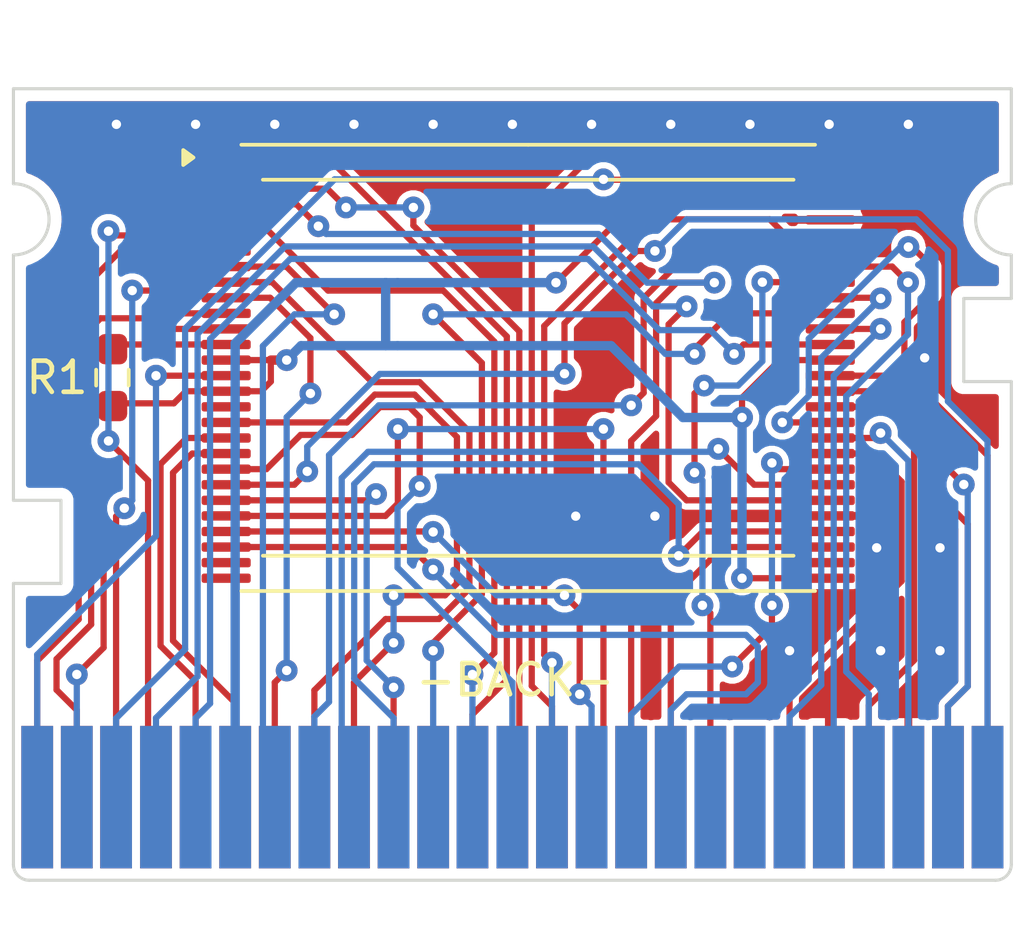
<source format=kicad_pcb>
(kicad_pcb (version 20241229) (generator "pcbnew") (generator_version "9.0")
  (layers (0 "F.Cu" signal) (2 "B.Cu" signal) (13 "F.Paste" user) (15 "B.Paste" user) (5 "F.SilkS" user "F.Silkscreen") (7 "B.SilkS" user "B.Silkscreen") (1 "F.Mask" user) (3 "B.Mask" user) (25 "Edge.Cuts" user))
  (net 0 "")
  (net 1 "/A22")
  (net 2 "/A21")
  (net 3 "/A17")
  (net 4 "/CAS0")
  (net 5 "/D4")
  (net 6 "/+3.3V")
  (net 7 "/A11")
  (net 8 "/D7")
  (net 9 "/D0")
  (net 10 "/CE0")
  (net 11 "/D5")
  (net 12 "/A14")
  (net 13 "/A7")
  (net 14 "/D15")
  (net 15 "/A3")
  (net 16 "/D8")
  (net 17 "/A2")
  (net 20 "/D13")
  (net 21 "/D12")
  (net 22 "/D14")
  (net 23 "/D9")
  (net 24 "/D11")
  (net 25 "/A6")
  (net 26 "/A23")
  (net 27 "/A12")
  (net 28 "/A20")
  (net 29 "/A13")
  (net 30 "/A18")
  (net 31 "/A8")
  (net 32 "/A9")
  (net 33 "/A10")
  (net 34 "/A19")
  (net 35 "/A5")
  (net 37 "/A24")
  (net 38 "/A16")
  (net 39 "/A25")
  (net 40 "/A4")
  (net 41 "/A15")
  (net 42 "/A1")
  (net 43 "/D6")
  (net 45 "/D1")
  (net 46 "GND")
  (net 47 "/D10")
  (net 48 "/D3")
  (net 49 "/D2")
  (net 50 "Net-(U1-WE#)")
  (footprint "SEGA_lib:MDP_Connector" (layer "F.Cu") (at 137.16 72.39)
    (property "Reference" "J1" (hide yes))
    (property "Value" "MDP_Connector" (hide yes))
  )
  (footprint "Resistor_SMD:R_0603_1608Metric_Pad0.98x0.95mm_HandSolder" (layer "F.Cu") (at 139.573 58.928 -90)
    (property "Reference" "R1")
    (property "Value" "5.1K")
  )
  (footprint "Package_SO:TSOP-I-56_18.4x14mm_P0.5mm" (layer "F.Cu") (at 152.908 58.615)
    (property "Reference" "U1" (hide yes))
    (property "Value" "Memory_Flash_29GL512" (hide yes))
  )
  (gr_line (start 144.399 64.643) (end 161.417 64.643) (stroke (width 0.12)) (layer "F.SilkS"))
  (gr_line (start 144.399 52.578) (end 161.417 52.578) (stroke (width 0.12)) (layer "F.SilkS"))
  (gr_line (start 168.402 52.705) (end 168.402 49.657) (stroke (width 0.1)) (layer "Edge.Cuts"))
  (gr_line (start 136.398 65.532) (end 137.922 65.532) (stroke (width 0.1)) (layer "Edge.Cuts"))
  (gr_line (start 168.402 56.388) (end 166.878 56.388) (stroke (width 0.1)) (layer "Edge.Cuts"))
  (gr_line (start 137.922 62.865) (end 136.398 62.865) (stroke (width 0.1)) (layer "Edge.Cuts"))
  (gr_line (start 168.402 54.991) (end 168.402 56.388) (stroke (width 0.1)) (layer "Edge.Cuts"))
  (gr_line (start 136.398 65.532) (end 136.398 74.549) (stroke (width 0.1)) (layer "Edge.Cuts"))
  (gr_arc (start 168.402 74.549) (mid 168.25321 74.90821) (end 167.894 75.057) (stroke (width 0.1)) (layer "Edge.Cuts"))
  (gr_line (start 136.398 62.865) (end 136.398 54.991) (stroke (width 0.1)) (layer "Edge.Cuts"))
  (gr_line (start 137.922 65.532) (end 137.922 62.865) (stroke (width 0.1)) (layer "Edge.Cuts"))
  (gr_line (start 136.398 52.705) (end 136.398 49.657) (stroke (width 0.1)) (layer "Edge.Cuts"))
  (gr_arc (start 136.398 52.705) (mid 137.541 53.848) (end 136.398 54.991) (stroke (width 0.1)) (layer "Edge.Cuts"))
  (gr_line (start 166.878 59.055) (end 168.402 59.055) (stroke (width 0.1)) (layer "Edge.Cuts"))
  (gr_line (start 168.402 74.549) (end 168.402 59.055) (stroke (width 0.1)) (layer "Edge.Cuts"))
  (gr_line (start 166.878 59.055) (end 166.878 56.388) (stroke (width 0.1)) (layer "Edge.Cuts"))
  (gr_line (start 136.398 49.657) (end 168.402 49.657) (stroke (width 0.1)) (layer "Edge.Cuts"))
  (gr_arc (start 136.906 75.057) (mid 136.54679 74.90821) (end 136.398 74.549) (stroke (width 0.1)) (layer "Edge.Cuts"))
  (gr_line (start 167.894 75.057) (end 136.906 75.057) (stroke (width 0.1)) (layer "Edge.Cuts"))
  (gr_arc (start 168.402 54.991) (mid 167.259 53.848) (end 168.402 52.705) (stroke (width 0.1)) (layer "Edge.Cuts"))
  (gr_text "-BACK-" (at 149.225 69.215 0) (layer "F.SilkS") (effects (font (size 1 1)) (justify left bottom)))
  (segment (start 140.97 58.865) (end 142.4355 58.865) (width 0.2) (layer "F.Cu") (net 1))
  (via (at 140.97 58.865) (size 0.7) (drill 0.3) (layers "F.Cu" "B.Cu") (net 1))
  (segment (start 137.16 67.818) (end 137.16 72.39) (width 0.2) (layer "B.Cu") (net 1))
  (segment (start 140.97 64.008) (end 137.16 67.818) (width 0.2) (layer "B.Cu") (net 1))
  (segment (start 140.97 58.865) (end 140.97 64.008) (width 0.2) (layer "B.Cu") (net 1))
  (segment (start 141.407 57.365) (end 142.4355 57.365) (width 0.2) (layer "F.Cu") (net 2))
  (segment (start 138.684 61.214) (end 138.684 57.531) (width 0.2) (layer "F.Cu") (net 2))
  (segment (start 141.065 57.023) (end 141.407 57.365) (width 0.2) (layer "F.Cu") (net 2))
  (segment (start 139.192 57.023) (end 141.065 57.023) (width 0.2) (layer "F.Cu") (net 2))
  (segment (start 139.29 67.593) (end 139.29 61.82) (width 0.2) (layer "F.Cu") (net 2))
  (segment (start 138.43 68.453) (end 139.29 67.593) (width 0.2) (layer "F.Cu") (net 2))
  (segment (start 139.29 61.82) (end 138.684 61.214) (width 0.2) (layer "F.Cu") (net 2))
  (segment (start 138.684 57.531) (end 139.192 57.023) (width 0.2) (layer "F.Cu") (net 2))
  (via (at 138.43 68.453) (size 0.7) (drill 0.3) (layers "F.Cu" "B.Cu") (net 2))
  (segment (start 138.43 68.453) (end 138.43 72.39) (width 0.2) (layer "B.Cu") (net 2))
  (segment (start 161.196 52.865) (end 161.8105 52.865) (width 0.2) (layer "F.Cu") (net 3))
  (segment (start 155.321 52.5649) (end 155.3341 52.578) (width 0.2) (layer "F.Cu") (net 3))
  (segment (start 160.909 52.578) (end 161.196 52.865) (width 0.2) (layer "F.Cu") (net 3))
  (segment (start 155.3341 52.578) (end 160.909 52.578) (width 0.2) (layer "F.Cu") (net 3))
  (via (at 155.321 52.5649) (size 0.7) (drill 0.3) (layers "F.Cu" "B.Cu") (net 3))
  (segment (start 155.321 52.5649) (end 146.6981 52.5649) (width 0.2) (layer "B.Cu") (net 3))
  (segment (start 139.69 69.86) (end 139.69 72.39) (width 0.2) (layer "B.Cu") (net 3))
  (segment (start 141.9043 57.3587) (end 141.9043 67.6457) (width 0.2) (layer "B.Cu") (net 3))
  (segment (start 141.9043 67.6457) (end 139.69 69.86) (width 0.2) (layer "B.Cu") (net 3))
  (segment (start 146.6981 52.5649) (end 141.9043 57.3587) (width 0.2) (layer "B.Cu") (net 3))
  (segment (start 157.4102 57.2198) (end 157.4102 62.2872) (width 0.2) (layer "F.Cu") (net 4))
  (segment (start 157.4102 62.2872) (end 157.988 62.865) (width 0.2) (layer "F.Cu") (net 4))
  (segment (start 157.988 62.865) (end 161.8105 62.865) (width 0.2) (layer "F.Cu") (net 4))
  (segment (start 157.988 56.642) (end 157.4102 57.2198) (width 0.2) (layer "F.Cu") (net 4))
  (via (at 157.988 56.642) (size 0.7) (drill 0.3) (layers "F.Cu" "B.Cu") (net 4))
  (segment (start 154.990314 54.718) (end 145.110687 54.718) (width 0.2) (layer "B.Cu") (net 4))
  (segment (start 140.97 69.85) (end 140.97 72.39) (width 0.2) (layer "B.Cu") (net 4))
  (segment (start 156.914314 56.642) (end 154.990314 54.718) (width 0.2) (layer "B.Cu") (net 4))
  (segment (start 157.988 56.642) (end 156.914314 56.642) (width 0.2) (layer "B.Cu") (net 4))
  (segment (start 142.3043 68.5157) (end 140.97 69.85) (width 0.2) (layer "B.Cu") (net 4))
  (segment (start 142.3043 57.524386) (end 142.3043 68.5157) (width 0.2) (layer "B.Cu") (net 4))
  (segment (start 145.110687 54.718) (end 142.3043 57.524386) (width 0.2) (layer "B.Cu") (net 4))
  (segment (start 159.813 57.865) (end 162.5955 57.865) (width 0.2) (layer "F.Cu") (net 5))
  (segment (start 159.512 58.166) (end 159.813 57.865) (width 0.2) (layer "F.Cu") (net 5))
  (via (at 159.512 58.166) (size 0.7) (drill 0.3) (layers "F.Cu" "B.Cu") (net 5))
  (segment (start 145.276372 55.118) (end 142.7043 57.690072) (width 0.2) (layer "B.Cu") (net 5))
  (segment (start 159.512 58.166) (end 158.75 57.404) (width 0.2) (layer "B.Cu") (net 5))
  (segment (start 154.824628 55.118) (end 145.276372 55.118) (width 0.2) (layer "B.Cu") (net 5))
  (segment (start 142.24 69.85) (end 142.24 72.39) (width 0.2) (layer "B.Cu") (net 5))
  (segment (start 157.110628 57.404) (end 154.824628 55.118) (width 0.2) (layer "B.Cu") (net 5))
  (segment (start 158.75 57.404) (end 157.110628 57.404) (width 0.2) (layer "B.Cu") (net 5))
  (segment (start 142.7043 69.3857) (end 142.24 69.85) (width 0.2) (layer "B.Cu") (net 5))
  (segment (start 142.7043 57.690072) (end 142.7043 69.3857) (width 0.2) (layer "B.Cu") (net 5))
  (segment (start 144.653 59.055) (end 144.653 58.365) (width 0.2) (layer "F.Cu") (net 6))
  (segment (start 159.766 60.2074) (end 159.766 59.5721) (width 0.2) (layer "F.Cu") (net 6))
  (segment (start 156.312 53.365) (end 161.8105 53.365) (width 0.2) (layer "F.Cu") (net 6))
  (segment (start 159.766 59.5721) (end 160.9731 58.365) (width 0.2) (layer "F.Cu") (net 6))
  (segment (start 141.93 59.365) (end 141.542 59.753) (width 0.2) (layer "F.Cu") (net 6))
  (segment (start 144.343 59.365) (end 144.653 59.055) (width 0.2) (layer "F.Cu") (net 6))
  (segment (start 143.2205 59.365) (end 144.343 59.365) (width 0.2) (layer "F.Cu") (net 6))
  (segment (start 159.766 65.365) (end 161.8105 65.365) (width 0.2) (layer "F.Cu") (net 6))
  (segment (start 145.161 58.365) (end 144.653 58.365) (width 0.3) (layer "F.Cu") (net 6))
  (segment (start 160.9731 58.365) (end 161.8105 58.365) (width 0.2) (layer "F.Cu") (net 6))
  (segment (start 143.2205 59.365) (end 141.93 59.365) (width 0.2) (layer "F.Cu") (net 6))
  (segment (start 141.542 59.753) (end 139.573 59.753) (width 0.2) (layer "F.Cu") (net 6))
  (segment (start 143.2205 58.365) (end 144.653 58.365) (width 0.2) (layer "F.Cu") (net 6))
  (segment (start 153.797 55.88) (end 156.312 53.365) (width 0.2) (layer "F.Cu") (net 6))
  (via (at 159.766 60.2074) (size 0.7) (drill 0.3) (layers "F.Cu" "B.Cu") (net 6))
  (via (at 145.161 58.365) (size 0.7) (drill 0.3) (layers "F.Cu" "B.Cu") (net 6))
  (via (at 159.766 65.365) (size 0.7) (drill 0.3) (layers "F.Cu" "B.Cu") (net 6))
  (via (at 153.797 55.88) (size 0.7) (drill 0.3) (layers "F.Cu" "B.Cu") (net 6))
  (segment (start 143.51 57.828986) (end 143.51 72.39) (width 0.3) (layer "B.Cu") (net 6))
  (segment (start 155.5666 57.9036) (end 148.717 57.9036) (width 0.3) (layer "B.Cu") (net 6))
  (segment (start 148.717 55.88) (end 148.336 55.88) (width 0.3) (layer "B.Cu") (net 6))
  (segment (start 159.766 60.2074) (end 157.8704 60.2074) (width 0.3) (layer "B.Cu") (net 6))
  (segment (start 153.797 55.88) (end 148.717 55.88) (width 0.3) (layer "B.Cu") (net 6))
  (segment (start 148.336 55.88) (end 145.458986 55.88) (width 0.3) (layer "B.Cu") (net 6))
  (segment (start 148.336 57.9036) (end 148.717 57.9036) (width 0.3) (layer "B.Cu") (net 6))
  (segment (start 159.766 65.365) (end 159.766 60.2074) (width 0.3) (layer "B.Cu") (net 6))
  (segment (start 145.161 58.365) (end 145.6224 57.9036) (width 0.3) (layer "B.Cu") (net 6))
  (segment (start 148.336 55.88) (end 148.336 57.9036) (width 0.3) (layer "B.Cu") (net 6))
  (segment (start 157.8704 60.2074) (end 155.5666 57.9036) (width 0.3) (layer "B.Cu") (net 6))
  (segment (start 145.458986 55.88) (end 143.51 57.828986) (width 0.3) (layer "B.Cu") (net 6))
  (segment (start 145.6224 57.9036) (end 148.336 57.9036) (width 0.3) (layer "B.Cu") (net 6))
  (segment (start 145.154 55.365) (end 144.0054 55.365) (width 0.2) (layer "F.Cu") (net 7))
  (segment (start 146.685 56.896) (end 145.154 55.365) (width 0.2) (layer "F.Cu") (net 7))
  (via (at 146.685 56.896) (size 0.7) (drill 0.3) (layers "F.Cu" "B.Cu") (net 7))
  (segment (start 144.399 72.009) (end 144.78 72.39) (width 0.2) (layer "B.Cu") (net 7))
  (segment (start 144.399 57.912) (end 144.399 72.009) (width 0.2) (layer "B.Cu") (net 7))
  (segment (start 146.685 56.896) (end 145.415 56.896) (width 0.2) (layer "B.Cu") (net 7))
  (segment (start 145.415 56.896) (end 144.399 57.912) (width 0.2) (layer "B.Cu") (net 7))
  (segment (start 156.6102 59.4168) (end 156.6102 56.374614) (width 0.2) (layer "F.Cu") (net 8))
  (segment (start 158.119814 54.865) (end 161.8105 54.865) (width 0.2) (layer "F.Cu") (net 8))
  (segment (start 156.6102 56.374614) (end 158.119814 54.865) (width 0.2) (layer "F.Cu") (net 8))
  (segment (start 156.21 59.817) (end 156.6102 59.4168) (width 0.2) (layer "F.Cu") (net 8))
  (via (at 156.21 59.817) (size 0.7) (drill 0.3) (layers "F.Cu" "B.Cu") (net 8))
  (segment (start 148.1152 59.817) (end 146.5198 61.4124) (width 0.2) (layer "B.Cu") (net 8))
  (segment (start 146.5198 69.3351) (end 146.05 69.8049) (width 0.2) (layer "B.Cu") (net 8))
  (segment (start 146.05 69.8049) (end 146.05 72.39) (width 0.2) (layer "B.Cu") (net 8))
  (segment (start 156.21 59.817) (end 148.1152 59.817) (width 0.2) (layer "B.Cu") (net 8))
  (segment (start 146.5198 61.4124) (end 146.5198 69.3351) (width 0.2) (layer "B.Cu") (net 8))
  (segment (start 160.155 62.365) (end 161.8105 62.365) (width 0.2) (layer "F.Cu") (net 9))
  (segment (start 159.004 61.214) (end 160.155 62.365) (width 0.2) (layer "F.Cu") (net 9))
  (via (at 159.004 61.214) (size 0.7) (drill 0.3) (layers "F.Cu" "B.Cu") (net 9))
  (segment (start 147.7699 61.3078) (end 146.927 62.1507) (width 0.2) (layer "B.Cu") (net 9))
  (segment (start 158.9102 61.3078) (end 147.7699 61.3078) (width 0.2) (layer "B.Cu") (net 9))
  (segment (start 146.927 71.997) (end 147.32 72.39) (width 0.2) (layer "B.Cu") (net 9))
  (segment (start 159.004 61.214) (end 158.9102 61.3078) (width 0.2) (layer "B.Cu") (net 9))
  (segment (start 146.927 62.1507) (end 146.927 71.997) (width 0.2) (layer "B.Cu") (net 9))
  (segment (start 157.734 64.643) (end 158.512 63.865) (width 0.2) (layer "F.Cu") (net 10))
  (segment (start 158.512 63.865) (end 161.8105 63.865) (width 0.2) (layer "F.Cu") (net 10))
  (via (at 157.734 64.643) (size 0.7) (drill 0.3) (layers "F.Cu" "B.Cu") (net 10))
  (segment (start 157.734 62.992) (end 156.4498 61.7078) (width 0.2) (layer "B.Cu") (net 10))
  (segment (start 157.734 64.643) (end 157.734 62.992) (width 0.2) (layer "B.Cu") (net 10))
  (segment (start 147.9621 61.7078) (end 147.3271 62.3428) (width 0.2) (layer "B.Cu") (net 10))
  (segment (start 147.3271 62.3428) (end 147.3271 68.5871) (width 0.2) (layer "B.Cu") (net 10))
  (segment (start 147.3271 68.5871) (end 148.59 69.85) (width 0.2) (layer "B.Cu") (net 10))
  (segment (start 156.4498 61.7078) (end 147.9621 61.7078) (width 0.2) (layer "B.Cu") (net 10))
  (segment (start 148.59 69.85) (end 148.59 72.39) (width 0.2) (layer "B.Cu") (net 10))
  (segment (start 151.422 65.875) (end 149.86 67.437) (width 0.2) (layer "F.Cu") (net 11))
  (segment (start 158.242 58.008761) (end 159.385761 56.865) (width 0.2) (layer "F.Cu") (net 11))
  (segment (start 149.86 56.896) (end 151.422 58.458) (width 0.2) (layer "F.Cu") (net 11))
  (segment (start 159.385761 56.865) (end 161.8105 56.865) (width 0.2) (layer "F.Cu") (net 11))
  (segment (start 149.86 67.437) (end 149.86 67.691) (width 0.2) (layer "F.Cu") (net 11))
  (segment (start 151.422 58.458) (end 151.422 65.875) (width 0.2) (layer "F.Cu") (net 11))
  (segment (start 158.242 58.166) (end 158.242 58.008761) (width 0.2) (layer "F.Cu") (net 11))
  (via (at 149.86 67.691) (size 0.7) (drill 0.3) (layers "F.Cu" "B.Cu") (net 11))
  (via (at 149.86 56.896) (size 0.7) (drill 0.3) (layers "F.Cu" "B.Cu") (net 11))
  (via (at 158.242 58.166) (size 0.7) (drill 0.3) (layers "F.Cu" "B.Cu") (net 11))
  (segment (start 149.86 56.896) (end 156.036942 56.896) (width 0.2) (layer "B.Cu") (net 11))
  (segment (start 149.86 72.39) (end 149.86 67.691) (width 0.2) (layer "B.Cu") (net 11))
  (segment (start 156.036942 56.896) (end 157.306942 58.166) (width 0.2) (layer "B.Cu") (net 11))
  (segment (start 157.306942 58.166) (end 158.242 58.166) (width 0.2) (layer "B.Cu") (net 11))
  (segment (start 150.183314 56.134) (end 146.488686 56.134) (width 0.2) (layer "F.Cu") (net 12))
  (segment (start 151.822 57.772686) (end 150.183314 56.134) (width 0.2) (layer "F.Cu") (net 12))
  (segment (start 144.219686 53.865) (end 144.0054 53.865) (width 0.2) (layer "F.Cu") (net 12))
  (segment (start 151.12 68.453) (end 151.13 68.453) (width 0.2) (layer "F.Cu") (net 12))
  (segment (start 151.822 67.761) (end 151.822 57.772686) (width 0.2) (layer "F.Cu") (net 12))
  (segment (start 151.13 68.453) (end 151.822 67.761) (width 0.2) (layer "F.Cu") (net 12))
  (segment (start 146.488686 56.134) (end 144.219686 53.865) (width 0.2) (layer "F.Cu") (net 12))
  (via (at 151.12 68.453) (size 0.7) (drill 0.3) (layers "F.Cu" "B.Cu") (net 12))
  (segment (start 151.12 68.453) (end 151.12 72.39) (width 0.2) (layer "B.Cu") (net 12))
  (segment (start 148.15305 59.87295) (end 147.261 60.765) (width 0.2) (layer "F.Cu") (net 13))
  (segment (start 144.51 61.865) (end 144.0054 61.865) (width 0.2) (layer "F.Cu") (net 13))
  (segment (start 149.4274 60.20235) (end 149.098 59.87295) (width 0.2) (layer "F.Cu") (net 13))
  (segment (start 149.4274 62.4079) (end 149.4274 60.20235) (width 0.2) (layer "F.Cu") (net 13))
  (segment (start 145.61 60.765) (end 144.51 61.865) (width 0.2) (layer "F.Cu") (net 13))
  (segment (start 147.261 60.765) (end 145.61 60.765) (width 0.2) (layer "F.Cu") (net 13))
  (segment (start 149.098 59.87295) (end 148.15305 59.87295) (width 0.2) (layer "F.Cu") (net 13))
  (via (at 149.4274 62.4079) (size 0.7) (drill 0.3) (layers "F.Cu" "B.Cu") (net 13))
  (segment (start 149.4274 62.4079) (end 148.717 63.1183) (width 0.2) (layer "B.Cu") (net 13))
  (segment (start 148.717 63.1183) (end 148.717 65.024) (width 0.2) (layer "B.Cu") (net 13))
  (segment (start 148.717 65.024) (end 152.4 68.707) (width 0.2) (layer "B.Cu") (net 13))
  (segment (start 152.4 68.707) (end 152.4 72.39) (width 0.2) (layer "B.Cu") (net 13))
  (segment (start 156.845 53.848) (end 160.655 53.848) (width 0.2) (layer "F.Cu") (net 14))
  (segment (start 161.172 54.365) (end 161.8105 54.365) (width 0.2) (layer "F.Cu") (net 14))
  (segment (start 153.6715 68.072) (end 153.422 67.8225) (width 0.2) (layer "F.Cu") (net 14))
  (segment (start 160.655 53.848) (end 161.172 54.365) (width 0.2) (layer "F.Cu") (net 14))
  (segment (start 153.422 57.271) (end 156.845 53.848) (width 0.2) (layer "F.Cu") (net 14))
  (segment (start 153.422 67.8225) (end 153.422 57.271) (width 0.2) (layer "F.Cu") (net 14))
  (via (at 153.6715 68.072) (size 0.7) (drill 0.3) (layers "F.Cu" "B.Cu") (net 14))
  (segment (start 153.67 68.0735) (end 153.67 72.39) (width 0.2) (layer "B.Cu") (net 14))
  (segment (start 153.6715 68.072) (end 153.67 68.0735) (width 0.2) (layer "B.Cu") (net 14))
  (segment (start 154.559 69.088) (end 154.559 66.4005) (width 0.2) (layer "F.Cu") (net 15))
  (segment (start 149.844 63.865) (end 144.0054 63.865) (width 0.2) (layer "F.Cu") (net 15))
  (segment (start 149.86 63.881) (end 149.844 63.865) (width 0.2) (layer "F.Cu") (net 15))
  (segment (start 154.559 66.4005) (end 154.0715 65.913) (width 0.2) (layer "F.Cu") (net 15))
  (via (at 154.0715 65.913) (size 0.7) (drill 0.3) (layers "F.Cu" "B.Cu") (net 15))
  (via (at 154.559 69.088) (size 0.7) (drill 0.3) (layers "F.Cu" "B.Cu") (net 15))
  (via (at 149.86 63.881) (size 0.7) (drill 0.3) (layers "F.Cu" "B.Cu") (net 15))
  (segment (start 154.559 69.088) (end 154.94 69.469) (width 0.2) (layer "B.Cu") (net 15))
  (segment (start 154.0715 65.913) (end 151.892 65.913) (width 0.2) (layer "B.Cu") (net 15))
  (segment (start 154.94 69.469) (end 154.94 72.39) (width 0.2) (layer "B.Cu") (net 15))
  (segment (start 151.892 65.913) (end 149.86 63.881) (width 0.2) (layer "B.Cu") (net 15))
  (segment (start 159.4501 68.199) (end 160.7248 66.9243) (width 0.2) (layer "F.Cu") (net 16))
  (segment (start 160.7248 66.9243) (end 160.7248 66.2353) (width 0.2) (layer "F.Cu") (net 16))
  (segment (start 160.7248 61.6649) (end 160.9249 61.865) (width 0.2) (layer "F.Cu") (net 16))
  (segment (start 160.9249 61.865) (end 161.8105 61.865) (width 0.2) (layer "F.Cu") (net 16))
  (via (at 160.7248 61.6649) (size 0.7) (drill 0.3) (layers "F.Cu" "B.Cu") (net 16))
  (via (at 159.4501 68.199) (size 0.7) (drill 0.3) (layers "F.Cu" "B.Cu") (net 16))
  (via (at 160.7248 66.2353) (size 0.7) (drill 0.3) (layers "F.Cu" "B.Cu") (net 16))
  (segment (start 160.7248 66.2353) (end 160.7248 61.6649) (width 0.2) (layer "B.Cu") (net 16))
  (segment (start 157.7508 68.199) (end 156.21 69.7398) (width 0.2) (layer "B.Cu") (net 16))
  (segment (start 156.21 69.7398) (end 156.21 72.39) (width 0.2) (layer "B.Cu") (net 16))
  (segment (start 159.4501 68.199) (end 157.7508 68.199) (width 0.2) (layer "B.Cu") (net 16))
  (segment (start 149.1403 64.365) (end 144.0054 64.365) (width 0.2) (layer "F.Cu") (net 17))
  (segment (start 149.86 65.0847) (end 149.1403 64.365) (width 0.2) (layer "F.Cu") (net 17))
  (via (at 149.86 65.0847) (size 0.7) (drill 0.3) (layers "F.Cu" "B.Cu") (net 17))
  (segment (start 151.892 67.183) (end 159.893 67.183) (width 0.2) (layer "B.Cu") (net 17))
  (segment (start 160.274 68.707) (end 159.893 69.088) (width 0.2) (layer "B.Cu") (net 17))
  (segment (start 149.86 65.151) (end 151.892 67.183) (width 0.2) (layer "B.Cu") (net 17))
  (segment (start 149.86 65.0847) (end 149.86 65.151) (width 0.2) (layer "B.Cu") (net 17))
  (segment (start 159.893 69.088) (end 157.988 69.088) (width 0.2) (layer "B.Cu") (net 17))
  (segment (start 160.274 67.564) (end 160.274 68.707) (width 0.2) (layer "B.Cu") (net 17))
  (segment (start 159.893 67.183) (end 160.274 67.564) (width 0.2) (layer "B.Cu") (net 17))
  (segment (start 157.988 69.088) (end 157.48 69.596) (width 0.2) (layer "B.Cu") (net 17))
  (segment (start 157.48 69.596) (end 157.48 72.39) (width 0.2) (layer "B.Cu") (net 17))
  (segment (start 164.211 56.388) (end 164.188 56.365) (width 0.2) (layer "F.Cu") (net 20))
  (segment (start 164.188 56.365) (end 163.3804 56.365) (width 0.2) (layer "F.Cu") (net 20))
  (via (at 164.211 56.388) (size 0.7) (drill 0.3) (layers "F.Cu" "B.Cu") (net 20))
  (segment (start 162.306 58.293) (end 162.306 68.7889) (width 0.2) (layer "B.Cu") (net 20))
  (segment (start 161.29 69.8049) (end 161.29 72.39) (width 0.2) (layer "B.Cu") (net 20))
  (segment (start 164.211 56.388) (end 162.306 58.293) (width 0.2) (layer "B.Cu") (net 20))
  (segment (start 162.306 68.7889) (end 161.29 69.8049) (width 0.2) (layer "B.Cu") (net 20))
  (segment (start 164.211 57.365) (end 163.3804 57.365) (width 0.2) (layer "F.Cu") (net 21))
  (via (at 164.211 57.365) (size 0.7) (drill 0.3) (layers "F.Cu" "B.Cu") (net 21))
  (segment (start 162.706 72.234) (end 162.55 72.39) (width 0.2) (layer "B.Cu") (net 21))
  (segment (start 162.706 58.87) (end 162.706 72.234) (width 0.2) (layer "B.Cu") (net 21))
  (segment (start 164.211 57.365) (end 162.706 58.87) (width 0.2) (layer "B.Cu") (net 21))
  (segment (start 164.5821 55.365) (end 163.3804 55.365) (width 0.2) (layer "F.Cu") (net 22))
  (segment (start 165.0884 55.8713) (end 164.5821 55.365) (width 0.2) (layer "F.Cu") (net 22))
  (via (at 165.0884 55.8713) (size 0.7) (drill 0.3) (layers "F.Cu" "B.Cu") (net 22))
  (segment (start 163.106 68.364) (end 163.83 69.088) (width 0.2) (layer "B.Cu") (net 22))
  (segment (start 163.106 59.525) (end 163.106 68.364) (width 0.2) (layer "B.Cu") (net 22))
  (segment (start 165.0884 55.8713) (end 165.0884 57.5426) (width 0.2) (layer "B.Cu") (net 22))
  (segment (start 165.0884 57.5426) (end 163.106 59.525) (width 0.2) (layer "B.Cu") (net 22))
  (segment (start 163.83 69.088) (end 163.83 72.39) (width 0.2) (layer "B.Cu") (net 22))
  (segment (start 164.211 60.706) (end 164.052 60.865) (width 0.2) (layer "F.Cu") (net 23))
  (segment (start 164.052 60.865) (end 163.3804 60.865) (width 0.2) (layer "F.Cu") (net 23))
  (via (at 164.211 60.706) (size 0.7) (drill 0.3) (layers "F.Cu" "B.Cu") (net 23))
  (segment (start 164.211 60.706) (end 165.1 61.595) (width 0.2) (layer "B.Cu") (net 23))
  (segment (start 165.1 61.595) (end 165.1 72.39) (width 0.2) (layer "B.Cu") (net 23))
  (segment (start 166.878 62.357) (end 166.0835 61.5625) (width 0.2) (layer "F.Cu") (net 24))
  (segment (start 166.0835 61.5625) (end 166.0835 60.431128) (width 0.2) (layer "F.Cu") (net 24))
  (segment (start 166.0835 60.431128) (end 164.517372 58.865) (width 0.2) (layer "F.Cu") (net 24))
  (segment (start 164.517372 58.865) (end 163.3804 58.865) (width 0.2) (layer "F.Cu") (net 24))
  (via (at 166.878 62.357) (size 0.7) (drill 0.3) (layers "F.Cu" "B.Cu") (net 24))
  (segment (start 166.878 62.357) (end 167.005 62.484) (width 0.2) (layer "B.Cu") (net 24))
  (segment (start 166.37 69.469) (end 166.37 72.39) (width 0.2) (layer "B.Cu") (net 24))
  (segment (start 167.005 62.484) (end 167.005 68.834) (width 0.2) (layer "B.Cu") (net 24))
  (segment (start 167.005 68.834) (end 166.37 69.469) (width 0.2) (layer "B.Cu") (net 24))
  (segment (start 154.0715 58.801) (end 154.0715 57.187186) (width 0.2) (layer "F.Cu") (net 25))
  (segment (start 156.394686 54.864) (end 156.972 54.864) (width 0.2) (layer "F.Cu") (net 25))
  (segment (start 145.407 62.365) (end 144.0054 62.365) (width 0.2) (layer "F.Cu") (net 25))
  (segment (start 154.0715 57.187186) (end 156.394686 54.864) (width 0.2) (layer "F.Cu") (net 25))
  (segment (start 145.8197 61.9523) (end 145.407 62.365) (width 0.2) (layer "F.Cu") (net 25))
  (segment (start 145.8197 61.9363) (end 145.8197 61.9523) (width 0.2) (layer "F.Cu") (net 25))
  (segment (start 154.051 58.8215) (end 154.0715 58.801) (width 0.2) (layer "F.Cu") (net 25))
  (via (at 156.972 54.864) (size 0.7) (drill 0.3) (layers "F.Cu" "B.Cu") (net 25))
  (via (at 145.8197 61.9363) (size 0.7) (drill 0.3) (layers "F.Cu" "B.Cu") (net 25))
  (via (at 154.0715 58.801) (size 0.7) (drill 0.3) (layers "F.Cu" "B.Cu") (net 25))
  (segment (start 166.37 54.864) (end 166.37 59.69) (width 0.2) (layer "B.Cu") (net 25))
  (segment (start 167.64 60.96) (end 167.64 72.39) (width 0.2) (layer "B.Cu") (net 25))
  (segment (start 156.972 54.864) (end 157.988 53.848) (width 0.2) (layer "B.Cu") (net 25))
  (segment (start 166.37 59.69) (end 167.64 60.96) (width 0.2) (layer "B.Cu") (net 25))
  (segment (start 145.8197 61.1393) (end 145.8197 61.9363) (width 0.2) (layer "B.Cu") (net 25))
  (segment (start 165.354 53.848) (end 166.37 54.864) (width 0.2) (layer "B.Cu") (net 25))
  (segment (start 148.1517 58.8073) (end 145.8197 61.1393) (width 0.2) (layer "B.Cu") (net 25))
  (segment (start 157.988 53.848) (end 165.354 53.848) (width 0.2) (layer "B.Cu") (net 25))
  (segment (start 154.0652 58.8073) (end 148.1517 58.8073) (width 0.2) (layer "B.Cu") (net 25))
  (segment (start 154.0715 58.801) (end 154.0652 58.8073) (width 0.2) (layer "B.Cu") (net 25))
  (segment (start 137.884 61.545372) (end 138.49 62.151372) (width 0.2) (layer "F.Cu") (net 26))
  (segment (start 142.4355 52.365) (end 140.294 52.365) (width 0.2) (layer "F.Cu") (net 26))
  (segment (start 138.49 62.151372) (end 138.49 66.684314) (width 0.2) (layer "F.Cu") (net 26))
  (segment (start 140.294 52.365) (end 137.884 54.775) (width 0.2) (layer "F.Cu") (net 26))
  (segment (start 138.49 66.684314) (end 137.16 68.014314) (width 0.2) (layer "F.Cu") (net 26))
  (segment (start 137.884 54.775) (end 137.884 61.545372) (width 0.2) (layer "F.Cu") (net 26))
  (segment (start 137.16 68.014314) (end 137.16 72.39) (width 0.2) (layer "F.Cu") (net 26))
  (segment (start 138.89 61.985686) (end 138.89 66.85) (width 0.2) (layer "F.Cu") (net 27))
  (segment (start 138.89 66.85) (end 137.78 67.96) (width 0.2) (layer "F.Cu") (net 27))
  (segment (start 142.4355 54.865) (end 139.826 54.865) (width 0.2) (layer "F.Cu") (net 27))
  (segment (start 138.284 61.379686) (end 138.89 61.985686) (width 0.2) (layer "F.Cu") (net 27))
  (segment (start 139.826 54.865) (end 138.284 56.407) (width 0.2) (layer "F.Cu") (net 27))
  (segment (start 138.43 69.596) (end 138.43 72.39) (width 0.2) (layer "F.Cu") (net 27))
  (segment (start 137.78 67.96) (end 137.78 68.946) (width 0.2) (layer "F.Cu") (net 27))
  (segment (start 138.284 56.407) (end 138.284 61.379686) (width 0.2) (layer "F.Cu") (net 27))
  (segment (start 137.78 68.946) (end 138.43 69.596) (width 0.2) (layer "F.Cu") (net 27))
  (segment (start 139.69 63.383) (end 139.69 72.39) (width 0.2) (layer "F.Cu") (net 28))
  (segment (start 141.1138 56.134) (end 141.8448 56.865) (width 0.2) (layer "F.Cu") (net 28))
  (segment (start 140.208 56.134) (end 141.1138 56.134) (width 0.2) (layer "F.Cu") (net 28))
  (segment (start 141.8448 56.865) (end 142.4355 56.865) (width 0.2) (layer "F.Cu") (net 28))
  (segment (start 139.954 63.119) (end 139.69 63.383) (width 0.2) (layer "F.Cu") (net 28))
  (via (at 140.208 56.134) (size 0.7) (drill 0.3) (layers "F.Cu" "B.Cu") (net 28))
  (via (at 139.954 63.119) (size 0.7) (drill 0.3) (layers "F.Cu" "B.Cu") (net 28))
  (segment (start 140.208 56.134) (end 140.208 62.865) (width 0.2) (layer "B.Cu") (net 28))
  (segment (start 140.208 62.865) (end 139.954 63.119) (width 0.2) (layer "B.Cu") (net 28))
  (segment (start 139.446 54.229) (end 139.582 54.365) (width 0.2) (layer "F.Cu") (net 29))
  (segment (start 139.446 60.96) (end 140.716 62.23) (width 0.2) (layer "F.Cu") (net 29))
  (segment (start 140.716 62.23) (end 140.716 72.136) (width 0.2) (layer "F.Cu") (net 29))
  (segment (start 139.582 54.365) (end 142.4355 54.365) (width 0.2) (layer "F.Cu") (net 29))
  (segment (start 140.716 72.136) (end 140.97 72.39) (width 0.2) (layer "F.Cu") (net 29))
  (via (at 139.446 60.96) (size 0.7) (drill 0.3) (layers "F.Cu" "B.Cu") (net 29))
  (via (at 139.446 54.229) (size 0.7) (drill 0.3) (layers "F.Cu" "B.Cu") (net 29))
  (segment (start 139.446 60.96) (end 139.446 54.229) (width 0.2) (layer "B.Cu") (net 29))
  (segment (start 142.24 68.660486) (end 141.116 67.536486) (width 0.2) (layer "F.Cu") (net 30))
  (segment (start 142.24 72.39) (end 142.24 68.660486) (width 0.2) (layer "F.Cu") (net 30))
  (segment (start 141.116 61.703) (end 141.954 60.865) (width 0.2) (layer "F.Cu") (net 30))
  (segment (start 141.116 67.536486) (end 141.116 61.703) (width 0.2) (layer "F.Cu") (net 30))
  (segment (start 141.954 60.865) (end 142.4355 60.865) (width 0.2) (layer "F.Cu") (net 30))
  (segment (start 141.516 61.979586) (end 142.130586 61.365) (width 0.2) (layer "F.Cu") (net 31))
  (segment (start 143.51 72.39) (end 143.51 69.3648) (width 0.2) (layer "F.Cu") (net 31))
  (segment (start 142.130586 61.365) (end 142.4355 61.365) (width 0.2) (layer "F.Cu") (net 31))
  (segment (start 141.516 67.3708) (end 141.516 61.979586) (width 0.2) (layer "F.Cu") (net 31))
  (segment (start 143.51 69.3648) (end 141.516 67.3708) (width 0.2) (layer "F.Cu") (net 31))
  (segment (start 144.78 68.707) (end 144.78 72.39) (width 0.2) (layer "F.Cu") (net 32))
  (segment (start 145.923 59.436) (end 145.923 57.658) (width 0.2) (layer "F.Cu") (net 32))
  (segment (start 144.63 56.365) (end 144.0054 56.365) (width 0.2) (layer "F.Cu") (net 32))
  (segment (start 145.161 68.326) (end 144.78 68.707) (width 0.2) (layer "F.Cu") (net 32))
  (segment (start 145.923 57.658) (end 144.63 56.365) (width 0.2) (layer "F.Cu") (net 32))
  (via (at 145.161 68.326) (size 0.7) (drill 0.3) (layers "F.Cu" "B.Cu") (net 32))
  (via (at 145.923 59.436) (size 0.7) (drill 0.3) (layers "F.Cu" "B.Cu") (net 32))
  (segment (start 145.161 68.326) (end 145.161 60.198) (width 0.2) (layer "B.Cu") (net 32))
  (segment (start 145.161 60.198) (end 145.923 59.436) (width 0.2) (layer "B.Cu") (net 32))
  (segment (start 147.903636 59.07295) (end 149.429372 59.07295) (width 0.2) (layer "F.Cu") (net 33))
  (segment (start 150.044685 66.675) (end 148.336 66.675) (width 0.2) (layer "F.Cu") (net 33))
  (segment (start 149.429372 59.07295) (end 151.022 60.665578) (width 0.2) (layer "F.Cu") (net 33))
  (segment (start 151.022 60.665578) (end 151.022 65.697685) (width 0.2) (layer "F.Cu") (net 33))
  (segment (start 144.695686 55.865) (end 147.903636 59.07295) (width 0.2) (layer "F.Cu") (net 33))
  (segment (start 146.05 68.961) (end 146.05 72.39) (width 0.2) (layer "F.Cu") (net 33))
  (segment (start 148.336 66.675) (end 146.05 68.961) (width 0.2) (layer "F.Cu") (net 33))
  (segment (start 144.0054 55.865) (end 144.695686 55.865) (width 0.2) (layer "F.Cu") (net 33))
  (segment (start 151.022 65.697685) (end 150.044685 66.675) (width 0.2) (layer "F.Cu") (net 33))
  (segment (start 150.622 60.833) (end 149.8274 60.0384) (width 0.2) (layer "F.Cu") (net 34))
  (segment (start 147.095314 60.365) (end 144.0054 60.365) (width 0.2) (layer "F.Cu") (net 34))
  (segment (start 147.987364 59.47295) (end 147.095314 60.365) (width 0.2) (layer "F.Cu") (net 34))
  (segment (start 148.59 67.437) (end 147.32 68.707) (width 0.2) (layer "F.Cu") (net 34))
  (segment (start 147.32 68.707) (end 147.32 72.39) (width 0.2) (layer "F.Cu") (net 34))
  (segment (start 148.59 65.913) (end 150.241 65.913) (width 0.2) (layer "F.Cu") (net 34))
  (segment (start 149.8274 60.0384) (end 149.8274 60.036664) (width 0.2) (layer "F.Cu") (net 34))
  (segment (start 150.241 65.913) (end 150.622 65.532) (width 0.2) (layer "F.Cu") (net 34))
  (segment (start 149.263685 59.47295) (end 147.987364 59.47295) (width 0.2) (layer "F.Cu") (net 34))
  (segment (start 150.622 65.532) (end 150.622 60.833) (width 0.2) (layer "F.Cu") (net 34))
  (segment (start 149.8274 60.036664) (end 149.263685 59.47295) (width 0.2) (layer "F.Cu") (net 34))
  (via (at 148.59 65.913) (size 0.7) (drill 0.3) (layers "F.Cu" "B.Cu") (net 34))
  (via (at 148.59 67.437) (size 0.7) (drill 0.3) (layers "F.Cu" "B.Cu") (net 34))
  (segment (start 148.59 65.913) (end 148.59 67.437) (width 0.2) (layer "B.Cu") (net 34))
  (segment (start 147.8271 62.865) (end 144.0054 62.865) (width 0.2) (layer "F.Cu") (net 35))
  (segment (start 148.0272 62.6649) (end 147.8271 62.865) (width 0.2) (layer "F.Cu") (net 35))
  (segment (start 148.59 68.8664) (end 148.59 72.39) (width 0.2) (layer "F.Cu") (net 35))
  (via (at 148.0272 62.6649) (size 0.7) (drill 0.3) (layers "F.Cu" "B.Cu") (net 35))
  (via (at 148.59 68.8664) (size 0.7) (drill 0.3) (layers "F.Cu" "B.Cu") (net 35))
  (segment (start 147.7271 68.0035) (end 148.59 68.8664) (width 0.2) (layer "B.Cu") (net 35))
  (segment (start 148.0272 62.6649) (end 147.7271 62.965) (width 0.2) (layer "B.Cu") (net 35))
  (segment (start 147.7271 62.965) (end 147.7271 68.0035) (width 0.2) (layer "B.Cu") (net 35))
  (segment (start 152.222 68.631) (end 152.222 57.607) (width 0.2) (layer "F.Cu") (net 37))
  (segment (start 151.12 72.39) (end 151.12 69.733) (width 0.2) (layer "F.Cu") (net 37))
  (segment (start 146.48 51.865) (end 143.2205 51.865) (width 0.2) (layer "F.Cu") (net 37))
  (segment (start 151.12 69.733) (end 152.222 68.631) (width 0.2) (layer "F.Cu") (net 37))
  (segment (start 152.222 57.607) (end 146.48 51.865) (width 0.2) (layer "F.Cu") (net 37))
  (segment (start 152.622 57.441314) (end 152.622 72.168) (width 0.2) (layer "F.Cu") (net 38))
  (segment (start 149.225 53.467) (end 149.225 54.044314) (width 0.2) (layer "F.Cu") (net 38))
  (segment (start 149.225 54.044314) (end 152.622 57.441314) (width 0.2) (layer "F.Cu") (net 38))
  (segment (start 146.464 52.865) (end 144.0054 52.865) (width 0.2) (layer "F.Cu") (net 38))
  (segment (start 147.066 53.467) (end 146.464 52.865) (width 0.2) (layer "F.Cu") (net 38))
  (segment (start 152.622 72.168) (end 152.4 72.39) (width 0.2) (layer "F.Cu") (net 38))
  (via (at 147.066 53.467) (size 0.7) (drill 0.3) (layers "F.Cu" "B.Cu") (net 38))
  (via (at 149.225 53.467) (size 0.7) (drill 0.3) (layers "F.Cu" "B.Cu") (net 38))
  (segment (start 149.225 53.467) (end 147.066 53.467) (width 0.2) (layer "B.Cu") (net 38))
  (segment (start 154.891 51.865) (end 162.5955 51.865) (width 0.2) (layer "F.Cu") (net 39))
  (segment (start 153.022 53.734) (end 154.891 51.865) (width 0.2) (layer "F.Cu") (net 39))
  (segment (start 153.022 68.821) (end 153.022 53.734) (width 0.2) (layer "F.Cu") (net 39))
  (segment (start 153.67 72.39) (end 153.67 69.469) (width 0.2) (layer "F.Cu") (net 39))
  (segment (start 153.67 69.469) (end 153.022 68.821) (width 0.2) (layer "F.Cu") (net 39))
  (segment (start 148.7273 62.9682) (end 148.3305 63.365) (width 0.2) (layer "F.Cu") (net 40))
  (segment (start 155.321 60.579) (end 155.321 72.39) (width 0.2) (layer "F.Cu") (net 40))
  (segment (start 155.321 72.39) (end 154.94 72.39) (width 0.2) (layer "F.Cu") (net 40))
  (segment (start 148.3305 63.365) (end 144.0054 63.365) (width 0.2) (layer "F.Cu") (net 40))
  (segment (start 148.7273 60.579) (end 148.7273 62.9682) (width 0.2) (layer "F.Cu") (net 40))
  (via (at 155.321 60.579) (size 0.7) (drill 0.3) (layers "F.Cu" "B.Cu") (net 40))
  (via (at 148.7273 60.579) (size 0.7) (drill 0.3) (layers "F.Cu" "B.Cu") (net 40))
  (segment (start 155.321 60.579) (end 148.7273 60.579) (width 0.2) (layer "B.Cu") (net 40))
  (segment (start 145.4735 53.365) (end 143.2205 53.365) (width 0.2) (layer "F.Cu") (net 41))
  (segment (start 158.877 55.88) (end 157.6705 55.88) (width 0.2) (layer "F.Cu") (net 41))
  (segment (start 156.21 60.96) (end 156.21 72.39) (width 0.2) (layer "F.Cu") (net 41))
  (segment (start 146.177 54.0685) (end 145.4735 53.365) (width 0.2) (layer "F.Cu") (net 41))
  (segment (start 157.0102 60.1598) (end 156.21 60.96) (width 0.2) (layer "F.Cu") (net 41))
  (segment (start 157.6705 55.88) (end 157.0102 56.5403) (width 0.2) (layer "F.Cu") (net 41))
  (segment (start 157.0102 56.5403) (end 157.0102 60.1598) (width 0.2) (layer "F.Cu") (net 41))
  (via (at 146.177 54.0685) (size 0.7) (drill 0.3) (layers "F.Cu" "B.Cu") (net 41))
  (via (at 158.877 55.88) (size 0.7) (drill 0.3) (layers "F.Cu" "B.Cu") (net 41))
  (segment (start 156.718 55.88) (end 158.877 55.88) (width 0.2) (layer "B.Cu") (net 41))
  (segment (start 146.177 54.0685) (end 146.4265 54.318) (width 0.2) (layer "B.Cu") (net 41))
  (segment (start 146.4265 54.318) (end 155.156 54.318) (width 0.2) (layer "B.Cu") (net 41))
  (segment (start 155.156 54.318) (end 156.718 55.88) (width 0.2) (layer "B.Cu") (net 41))
  (segment (start 159.155 64.365) (end 161.8105 64.365) (width 0.2) (layer "F.Cu") (net 42))
  (segment (start 157.48 72.39) (end 157.48 66.04) (width 0.2) (layer "F.Cu") (net 42))
  (segment (start 157.48 66.04) (end 159.155 64.365) (width 0.2) (layer "F.Cu") (net 42))
  (segment (start 158.242 59.436) (end 158.496 59.182) (width 0.2) (layer "F.Cu") (net 43))
  (segment (start 158.75 66.4893) (end 158.75 72.39) (width 0.2) (layer "F.Cu") (net 43))
  (segment (start 158.242 61.976) (end 158.242 59.436) (width 0.2) (layer "F.Cu") (net 43))
  (segment (start 158.496 59.182) (end 158.5499 59.182) (width 0.2) (layer "F.Cu") (net 43))
  (segment (start 158.496 66.2353) (end 158.75 66.4893) (width 0.2) (layer "F.Cu") (net 43))
  (segment (start 160.4177 55.865) (end 161.8105 55.865) (width 0.2) (layer "F.Cu") (net 43))
  (via (at 158.5499 59.182) (size 0.7) (drill 0.3) (layers "F.Cu" "B.Cu") (net 43))
  (via (at 158.242 61.976) (size 0.7) (drill 0.3) (layers "F.Cu" "B.Cu") (net 43))
  (via (at 160.4177 55.865) (size 0.7) (drill 0.3) (layers "F.Cu" "B.Cu") (net 43))
  (via (at 158.496 66.2353) (size 0.7) (drill 0.3) (layers "F.Cu" "B.Cu") (net 43))
  (segment (start 159.639 59.182) (end 160.4177 58.4033) (width 0.2) (layer "B.Cu") (net 43))
  (segment (start 158.496 62.23) (end 158.496 66.2353) (width 0.2) (layer "B.Cu") (net 43))
  (segment (start 158.5499 59.182) (end 159.639 59.182) (width 0.2) (layer "B.Cu") (net 43))
  (segment (start 158.242 61.976) (end 158.496 62.23) (width 0.2) (layer "B.Cu") (net 43))
  (segment (start 160.4177 58.4033) (end 160.4177 55.865) (width 0.2) (layer "B.Cu") (net 43))
  (segment (start 161.29 69.0529) (end 161.29 72.39) (width 0.2) (layer "F.Cu") (net 45))
  (segment (start 163.981 61.365) (end 164.8835 62.2675) (width 0.2) (layer "F.Cu") (net 45))
  (segment (start 163.3804 61.365) (end 163.981 61.365) (width 0.2) (layer "F.Cu") (net 45))
  (segment (start 164.8835 65.4594) (end 161.29 69.0529) (width 0.2) (layer "F.Cu") (net 45))
  (segment (start 164.8835 62.2675) (end 164.8835 65.4594) (width 0.2) (layer "F.Cu") (net 45))
  (segment (start 165.1 72.39) (end 165.1 69.342) (width 0.2) (layer "F.Cu") (net 46))
  (segment (start 165.1 69.342) (end 166.116 68.326) (width 0.2) (layer "F.Cu") (net 46))
  (segment (start 163.949 63.365) (end 164.084 63.5) (width 0.2) (layer "F.Cu") (net 46))
  (segment (start 162.55 69.352) (end 164.211 67.691) (width 0.2) (layer "F.Cu") (net 46))
  (segment (start 162.55 72.39) (end 162.55 69.352) (width 0.2) (layer "F.Cu") (net 46))
  (segment (start 164.194 53.865) (end 165.1 52.959) (width 0.2) (layer "F.Cu") (net 46))
  (segment (start 166.116 68.326) (end 166.116 67.691) (width 0.2) (layer "F.Cu") (net 46))
  (segment (start 164.194 53.865) (end 162.5955 53.865) (width 0.2) (layer "F.Cu") (net 46))
  (segment (start 165.1 52.959) (end 165.1 50.8) (width 0.2) (layer "F.Cu") (net 46))
  (segment (start 162.5955 63.365) (end 163.949 63.365) (width 0.2) (layer "F.Cu") (net 46))
  (segment (start 164.084 63.5) (end 164.084 64.389) (width 0.2) (layer "F.Cu") (net 46))
  (via (at 164.211 67.691) (size 0.7) (drill 0.3) (layers "F.Cu" "B.Cu") (net 46))
  (via (at 147.32 50.8) (size 0.7) (drill 0.3) (layers "F.Cu" "B.Cu") (net 46))
  (via (at 166.116 67.691) (size 0.7) (drill 0.3) (layers "F.Cu" "B.Cu") (net 46))
  (via (at 165.1 50.8) (size 0.7) (drill 0.3) (layers "F.Cu" "B.Cu") (net 46))
  (via (at 149.86 50.8) (size 0.7) (drill 0.3) (layers "F.Cu" "B.Cu") (net 46))
  (via (at 162.56 50.8) (size 0.7) (drill 0.3) (layers "F.Cu" "B.Cu") (net 46))
  (via (at 160.02 50.8) (size 0.7) (drill 0.3) (layers "F.Cu" "B.Cu") (net 46))
  (via (at 144.78 50.8) (size 0.7) (drill 0.3) (layers "F.Cu" "B.Cu") (net 46))
  (via (at 152.4 50.8) (size 0.7) (drill 0.3) (layers "F.Cu" "B.Cu") (net 46))
  (via (at 161.29 67.691) (size 0.7) (drill 0.3) (layers "F.Cu" "B.Cu") (net 46))
  (via (at 164.084 64.389) (size 0.7) (drill 0.3) (layers "F.Cu" "B.Cu") (net 46))
  (via (at 166.116 64.389) (size 0.7) (drill 0.3) (layers "F.Cu" "B.Cu") (net 46))
  (via (at 154.432 63.373) (size 0.7) (drill 0.3) (layers "F.Cu" "B.Cu") (net 46))
  (via (at 157.48 50.8) (size 0.7) (drill 0.3) (layers "F.Cu" "B.Cu") (net 46))
  (via (at 142.24 50.8) (size 0.7) (drill 0.3) (layers "F.Cu" "B.Cu") (net 46))
  (via (at 139.7 50.8) (size 0.7) (drill 0.3) (layers "F.Cu" "B.Cu") (net 46))
  (via (at 165.623 58.293) (size 0.7) (drill 0.3) (layers "F.Cu" "B.Cu") (net 46))
  (via (at 154.94 50.8) (size 0.7) (drill 0.3) (layers "F.Cu" "B.Cu") (net 46))
  (via (at 156.972 63.373) (size 0.7) (drill 0.3) (layers "F.Cu" "B.Cu") (net 46))
  (segment (start 164.386 59.865) (end 163.3804 59.865) (width 0.2) (layer "F.Cu") (net 47))
  (segment (start 163.83 69.453) (end 165.2835 67.9995) (width 0.2) (layer "F.Cu") (net 47))
  (segment (start 165.2835 67.9995) (end 165.2835 60.7625) (width 0.2) (layer "F.Cu") (net 47))
  (segment (start 165.2835 60.7625) (end 164.386 59.865) (width 0.2) (layer "F.Cu") (net 47))
  (segment (start 163.83 72.39) (end 163.83 69.453) (width 0.2) (layer "F.Cu") (net 47))
  (segment (start 167.005 63.627) (end 167.005 68.834) (width 0.2) (layer "F.Cu") (net 48))
  (segment (start 163.3804 59.365) (end 164.451686 59.365) (width 0.2) (layer "F.Cu") (net 48))
  (segment (start 166.37 69.469) (end 166.37 72.39) (width 0.2) (layer "F.Cu") (net 48))
  (segment (start 167.005 68.834) (end 166.37 69.469) (width 0.2) (layer "F.Cu") (net 48))
  (segment (start 165.6835 62.3055) (end 167.005 63.627) (width 0.2) (layer "F.Cu") (net 48))
  (segment (start 164.451686 59.365) (end 165.6835 60.596814) (width 0.2) (layer "F.Cu") (net 48))
  (segment (start 165.6835 60.596814) (end 165.6835 62.3055) (width 0.2) (layer "F.Cu") (net 48))
  (segment (start 167.64 61.421942) (end 167.64 72.39) (width 0.2) (layer "F.Cu") (net 49))
  (segment (start 165.862 56.261) (end 164.973 57.15) (width 0.2) (layer "F.Cu") (net 49))
  (segment (start 161.0572 60.365) (end 161.8105 60.365) (width 0.2) (layer "F.Cu") (net 49))
  (segment (start 165.1 54.737) (end 165.227 54.737) (width 0.2) (layer "F.Cu") (net 49))
  (segment (start 164.973 58.754942) (end 167.64 61.421942) (width 0.2) (layer "F.Cu") (net 49))
  (segment (start 165.862 55.372) (end 165.862 56.261) (width 0.2) (layer "F.Cu") (net 49))
  (segment (start 165.227 54.737) (end 165.862 55.372) (width 0.2) (layer "F.Cu") (net 49))
  (segment (start 164.973 57.15) (end 164.973 58.754942) (width 0.2) (layer "F.Cu") (net 49))
  (via (at 161.0572 60.365) (size 0.7) (drill 0.3) (layers "F.Cu" "B.Cu") (net 49))
  (via (at 165.1 54.737) (size 0.7) (drill 0.3) (layers "F.Cu" "B.Cu") (net 49))
  (segment (start 161.906 57.677) (end 161.906 59.5162) (width 0.2) (layer "B.Cu") (net 49))
  (segment (start 165.1 54.737) (end 164.846 54.737) (width 0.2) (layer "B.Cu") (net 49))
  (segment (start 164.846 54.737) (end 161.906 57.677) (width 0.2) (layer "B.Cu") (net 49))
  (segment (start 161.906 59.5162) (end 161.0572 60.365) (width 0.2) (layer "B.Cu") (net 49))
  (segment (start 139.811 57.865) (end 139.573 58.103) (width 0.2) (layer "F.Cu") (net 50))
  (segment (start 143.2205 57.865) (end 139.811 57.865) (width 0.2) (layer "F.Cu") (net 50))
  (zone (net 46) (net_name "GND") (layer "F.Cu") (connect_pads (clearance 0.2)) (min_thickness 0.2) (fill yes (thermal_gap 0.25) (thermal_bridge_width 0.25))
    (polygon (pts (xy 136.398 70.358) (xy 168.402 70.358) (xy 168.402 49.657) (xy 136.398 49.657)))
  )
  (zone (net 46) (net_name "GND") (layer "B.Cu") (priority 1) (connect_pads (clearance 0.2)) (min_thickness 0.2) (fill yes (thermal_gap 0.25) (thermal_bridge_width 0.25))
    (polygon (pts (xy 136.398 70.358) (xy 168.402 70.358) (xy 168.402 49.657) (xy 136.398 49.657)))
  )
)
</source>
